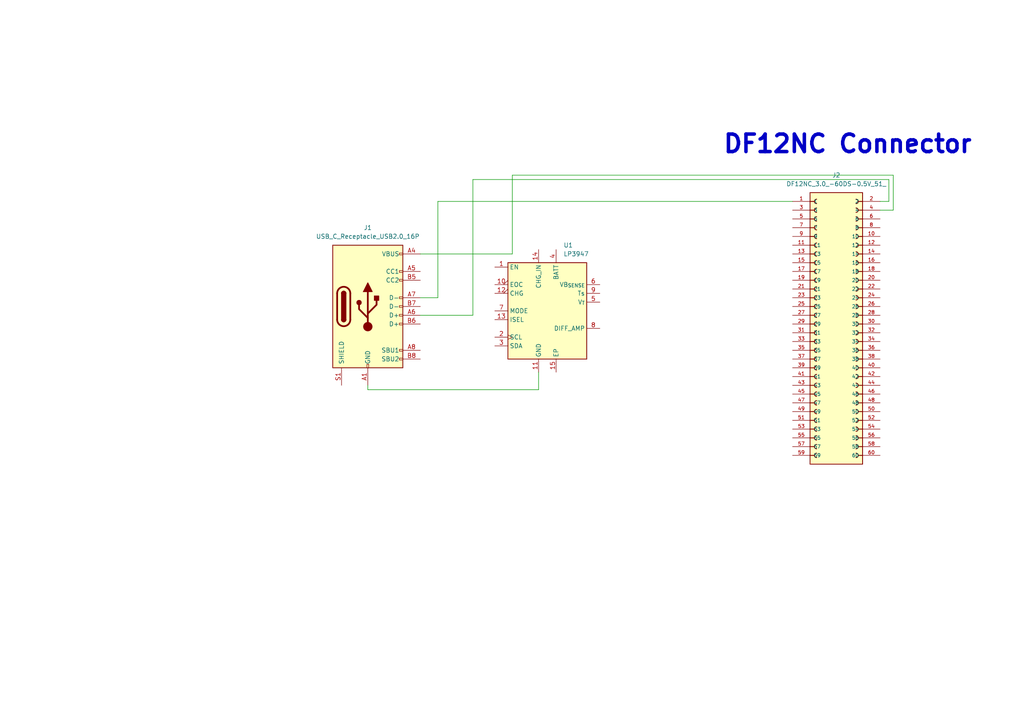
<source format=kicad_sch>
(kicad_sch (version 20250114) (generator "eeschema") (generator_version "9.0")
  (paper "A4")
  (lib_symbols
    (symbol "Battery_Management:LP3947"
      (property "Reference" "U" (at -12.7 17.78 0))
      (property "Value" "LP3947" (at -12.7 15.24 0))
      (symbol "LP3947_0_1"
        (rectangle (start -11.43 13.97) (end 11.43 -13.97) (stroke (width 0.254)) (fill (type background)))
      )
      (symbol "LP3947_1_1"
        (pin input line (at -15.24 12.7 0) (length 3.81) (name "EN") (number "1"))
        (pin open_collector output_low (at -15.24 7.62 0) (length 3.81) (name "EOC") (number "10"))
        (pin open_collector output_low (at -15.24 5.08 0) (length 3.81) (name "CHG") (number "12"))
        (pin input line (at -15.24 0 0) (length 3.81) (name "MODE") (number "7"))
        (pin input line (at -15.24 -2.54 0) (length 3.81) (name "ISEL") (number "13"))
        (pin input clock (at -15.24 -7.62 0) (length 3.81) (name "SCL") (number "2"))
        (pin bidirectional line (at -15.24 -10.16 0) (length 3.81) (name "SDA") (number "3"))
        (pin power_in line (at -2.54 17.78 270) (length 3.81) (name "CHG_IN") (number "14"))
        (pin power_in line (at -2.54 -17.78 90) (length 3.81) (name "GND") (number "11"))
        (pin power_out line (at 2.54 17.78 270) (length 3.81) (name "BATT") (number "4"))
        (pin power_in line (at 2.54 -17.78 90) (length 3.81) (name "EP") (number "15"))
        (pin input line (at 15.24 7.62 180) (length 3.81) (name "VB_{SENSE}") (number "6"))
        (pin input line (at 15.24 5.08 180) (length 3.81) (name "Ts") (number "9"))
        (pin power_out line (at 15.24 2.54 180) (length 3.81) (name "V_{T}") (number "5"))
        (pin output line (at 15.24 -5.08 180) (length 3.81) (name "DIFF_AMP") (number "8"))
      )
    )
    (symbol "Connector:USB_C_Receptacle_USB2.0_16P" (pin_names (offset 1.016))
      (property "Reference" "J" (at 0 22.225 0))
      (property "Value" "USB_C_Receptacle_USB2.0_16P" (at 0 19.685 0))
      (symbol "USB_C_Receptacle_USB2.0_16P_0_0"
        (rectangle (start -0.254 -17.78) (end 0.254 -16.764))
        (rectangle (start 10.16 15.494) (end 9.144 14.986))
        (rectangle (start 10.16 10.414) (end 9.144 9.906))
        (rectangle (start 10.16 7.874) (end 9.144 7.366))
        (rectangle (start 10.16 2.794) (end 9.144 2.286))
        (rectangle (start 10.16 0.254) (end 9.144 -0.254))
        (rectangle (start 10.16 -2.286) (end 9.144 -2.794))
        (rectangle (start 10.16 -4.826) (end 9.144 -5.334))
        (rectangle (start 10.16 -12.446) (end 9.144 -12.954))
        (rectangle (start 10.16 -14.986) (end 9.144 -15.494))
      )
      (symbol "USB_C_Receptacle_USB2.0_16P_0_1"
        (rectangle (start -10.16 17.78) (end 10.16 -17.78) (stroke (width 0.254)) (fill (type background)))
        (polyline (pts (xy -8.89 -3.81) (xy -8.89 3.81)) (stroke (width 0.508)))
        (rectangle (start -7.62 -3.81) (end -6.35 3.81) (stroke (width 0.254)) (fill (type outline)))
        (arc (start -7.62 3.81) (mid -6.985 4.4423) (end -6.35 3.81) (stroke (width 0.254)))
        (arc (start -7.62 3.81) (mid -6.985 4.4423) (end -6.35 3.81) (stroke (width 0.254)) (fill (type outline)))
        (arc (start -8.89 3.81) (mid -6.985 5.7067) (end -5.08 3.81) (stroke (width 0.508)))
        (arc (start -5.08 -3.81) (mid -6.985 -5.7067) (end -8.89 -3.81) (stroke (width 0.508)))
        (arc (start -6.35 -3.81) (mid -6.985 -4.4423) (end -7.62 -3.81) (stroke (width 0.254)))
        (arc (start -6.35 -3.81) (mid -6.985 -4.4423) (end -7.62 -3.81) (stroke (width 0.254)) (fill (type outline)))
        (polyline (pts (xy -5.08 3.81) (xy -5.08 -3.81)) (stroke (width 0.508)))
        (circle (center -2.54 1.143) (radius 0.635) (stroke (width 0.254)) (fill (type outline)))
        (polyline (pts (xy -1.27 4.318) (xy 0 6.858) (xy 1.27 4.318) (xy -1.27 4.318)) (stroke (width 0.254)) (fill (type outline)))
        (polyline (pts (xy 0 -2.032) (xy 2.54 0.508) (xy 2.54 1.778)) (stroke (width 0.508)))
        (polyline (pts (xy 0 -3.302) (xy -2.54 -0.762) (xy -2.54 0.508)) (stroke (width 0.508)))
        (polyline (pts (xy 0 -5.842) (xy 0 4.318)) (stroke (width 0.508)))
        (circle (center 0 -5.842) (radius 1.27) (fill (type outline)))
        (rectangle (start 1.905 1.778) (end 3.175 3.048) (stroke (width 0.254)) (fill (type outline)))
      )
      (symbol "USB_C_Receptacle_USB2.0_16P_1_1"
        (pin passive line (at -7.62 -22.86 90) (length 5.08) (name "SHIELD") (number "S1"))
        (pin passive line (at 0 -22.86 90) (length 5.08) (name "GND") (number "A1"))
        (pin passive line (at 0 -22.86 90) (length 5.08) (hide yes) (name "GND") (number "A12"))
        (pin passive line (at 0 -22.86 90) (length 5.08) (hide yes) (name "GND") (number "B1"))
        (pin passive line (at 0 -22.86 90) (length 5.08) (hide yes) (name "GND") (number "B12"))
        (pin passive line (at 15.24 15.24 180) (length 5.08) (name "VBUS") (number "A4"))
        (pin passive line (at 15.24 15.24 180) (length 5.08) (hide yes) (name "VBUS") (number "A9"))
        (pin passive line (at 15.24 15.24 180) (length 5.08) (hide yes) (name "VBUS") (number "B4"))
        (pin passive line (at 15.24 15.24 180) (length 5.08) (hide yes) (name "VBUS") (number "B9"))
        (pin bidirectional line (at 15.24 10.16 180) (length 5.08) (name "CC1") (number "A5"))
        (pin bidirectional line (at 15.24 7.62 180) (length 5.08) (name "CC2") (number "B5"))
        (pin bidirectional line (at 15.24 2.54 180) (length 5.08) (name "D-") (number "A7"))
        (pin bidirectional line (at 15.24 0 180) (length 5.08) (name "D-") (number "B7"))
        (pin bidirectional line (at 15.24 -2.54 180) (length 5.08) (name "D+") (number "A6"))
        (pin bidirectional line (at 15.24 -5.08 180) (length 5.08) (name "D+") (number "B6"))
        (pin bidirectional line (at 15.24 -12.7 180) (length 5.08) (name "SBU1") (number "A8"))
        (pin bidirectional line (at 15.24 -15.24 180) (length 5.08) (name "SBU2") (number "B8"))
      )
    )
    (symbol "DF12NC_3.0_-60DS-0.5V_51_:DF12NC_3.0_-60DS-0.5V_51_" (pin_names (offset 1.016))
      (property "Reference" "J" (at -8.12 40.64 0))
      (property "Value" "DF12NC_3.0_-60DS-0.5V_51_" (at -7.62 -40.64 0))
      (symbol "DF12NC_3.0_-60DS-0.5V_51__0_0"
        (polyline (pts (xy -7.62 38.1) (xy -6.35 38.1)) (stroke (width 0.254)))
        (polyline (pts (xy -7.62 35.56) (xy -6.35 35.56)) (stroke (width 0.254)))
        (polyline (pts (xy -7.62 33.02) (xy -6.35 33.02)) (stroke (width 0.254)))
        (polyline (pts (xy -7.62 30.48) (xy -6.35 30.48)) (stroke (width 0.254)))
        (polyline (pts (xy -7.62 27.94) (xy -6.35 27.94)) (stroke (width 0.254)))
        (polyline (pts (xy -7.62 25.4) (xy -6.35 25.4)) (stroke (width 0.254)))
        (polyline (pts (xy -7.62 22.86) (xy -6.35 22.86)) (stroke (width 0.254)))
        (polyline (pts (xy -7.62 20.32) (xy -6.35 20.32)) (stroke (width 0.254)))
        (polyline (pts (xy -7.62 17.78) (xy -6.35 17.78)) (stroke (width 0.254)))
        (polyline (pts (xy -7.62 15.24) (xy -6.35 15.24)) (stroke (width 0.254)))
        (polyline (pts (xy -7.62 12.7) (xy -6.35 12.7)) (stroke (width 0.254)))
        (polyline (pts (xy -7.62 10.16) (xy -6.35 10.16)) (stroke (width 0.254)))
        (polyline (pts (xy -7.62 7.62) (xy -6.35 7.62)) (stroke (width 0.254)))
        (polyline (pts (xy -7.62 5.08) (xy -6.35 5.08)) (stroke (width 0.254)))
        (polyline (pts (xy -7.62 2.54) (xy -6.35 2.54)) (stroke (width 0.254)))
        (polyline (pts (xy -7.62 0) (xy -6.35 0)) (stroke (width 0.254)))
        (polyline (pts (xy -7.62 -2.54) (xy -6.35 -2.54)) (stroke (width 0.254)))
        (polyline (pts (xy -7.62 -5.08) (xy -6.35 -5.08)) (stroke (width 0.254)))
        (polyline (pts (xy -7.62 -7.62) (xy -6.35 -7.62)) (stroke (width 0.254)))
        (polyline (pts (xy -7.62 -10.16) (xy -6.35 -10.16)) (stroke (width 0.254)))
        (polyline (pts (xy -7.62 -12.7) (xy -6.35 -12.7)) (stroke (width 0.254)))
        (polyline (pts (xy -7.62 -15.24) (xy -6.35 -15.24)) (stroke (width 0.254)))
        (polyline (pts (xy -7.62 -17.78) (xy -6.35 -17.78)) (stroke (width 0.254)))
        (polyline (pts (xy -7.62 -20.32) (xy -6.35 -20.32)) (stroke (width 0.254)))
        (polyline (pts (xy -7.62 -22.86) (xy -6.35 -22.86)) (stroke (width 0.254)))
        (polyline (pts (xy -7.62 -25.4) (xy -6.35 -25.4)) (stroke (width 0.254)))
        (polyline (pts (xy -7.62 -27.94) (xy -6.35 -27.94)) (stroke (width 0.254)))
        (polyline (pts (xy -7.62 -30.48) (xy -6.35 -30.48)) (stroke (width 0.254)))
        (polyline (pts (xy -7.62 -33.02) (xy -6.35 -33.02)) (stroke (width 0.254)))
        (polyline (pts (xy -7.62 -35.56) (xy -6.35 -35.56)) (stroke (width 0.254)))
        (rectangle (start -7.62 -38.1) (end 7.62 40.64) (stroke (width 0.254)) (fill (type background)))
        (arc (start -5.715 37.465) (mid -6.3472 38.1) (end -5.715 38.735) (stroke (width 0.254)))
        (arc (start -5.715 34.925) (mid -6.3472 35.56) (end -5.715 36.195) (stroke (width 0.254)))
        (arc (start -5.715 32.385) (mid -6.3472 33.02) (end -5.715 33.655) (stroke (width 0.254)))
        (arc (start -5.715 29.845) (mid -6.3472 30.48) (end -5.715 31.115) (stroke (width 0.254)))
        (arc (start -5.715 27.305) (mid -6.3472 27.94) (end -5.715 28.575) (stroke (width 0.254)))
        (arc (start -5.715 24.765) (mid -6.3472 25.4) (end -5.715 26.035) (stroke (width 0.254)))
        (arc (start -5.715 22.225) (mid -6.3472 22.86) (end -5.715 23.495) (stroke (width 0.254)))
        (arc (start -5.715 19.685) (mid -6.3472 20.32) (end -5.715 20.955) (stroke (width 0.254)))
        (arc (start -5.715 17.145) (mid -6.3472 17.78) (end -5.715 18.415) (stroke (width 0.254)))
        (arc (start -5.715 14.605) (mid -6.3472 15.24) (end -5.715 15.875) (stroke (width 0.254)))
        (arc (start -5.715 12.065) (mid -6.3472 12.7) (end -5.715 13.335) (stroke (width 0.254)))
        (arc (start -5.715 9.525) (mid -6.3472 10.16) (end -5.715 10.795) (stroke (width 0.254)))
        (arc (start -5.715 6.985) (mid -6.3472 7.62) (end -5.715 8.255) (stroke (width 0.254)))
        (arc (start -5.715 4.445) (mid -6.3472 5.08) (end -5.715 5.715) (stroke (width 0.254)))
        (arc (start -5.715 1.905) (mid -6.3472 2.54) (end -5.715 3.175) (stroke (width 0.254)))
        (arc (start -5.715 -0.635) (mid -6.3472 0) (end -5.715 0.635) (stroke (width 0.254)))
        (arc (start -5.715 -3.175) (mid -6.3472 -2.54) (end -5.715 -1.905) (stroke (width 0.254)))
        (arc (start -5.715 -5.715) (mid -6.3472 -5.08) (end -5.715 -4.445) (stroke (width 0.254)))
        (arc (start -5.715 -8.255) (mid -6.3472 -7.62) (end -5.715 -6.985) (stroke (width 0.254)))
        (arc (start -5.715 -10.795) (mid -6.3472 -10.16) (end -5.715 -9.525) (stroke (width 0.254)))
        (arc (start -5.715 -13.335) (mid -6.3472 -12.7) (end -5.715 -12.065) (stroke (width 0.254)))
        (arc (start -5.715 -15.875) (mid -6.3472 -15.24) (end -5.715 -14.605) (stroke (width 0.254)))
        (arc (start -5.715 -18.415) (mid -6.3472 -17.78) (end -5.715 -17.145) (stroke (width 0.254)))
        (arc (start -5.715 -20.955) (mid -6.3472 -20.32) (end -5.715 -19.685) (stroke (width 0.254)))
        (arc (start -5.715 -23.495) (mid -6.3472 -22.86) (end -5.715 -22.225) (stroke (width 0.254)))
        (arc (start -5.715 -26.035) (mid -6.3472 -25.4) (end -5.715 -24.765) (stroke (width 0.254)))
        (arc (start -5.715 -28.575) (mid -6.3472 -27.94) (end -5.715 -27.305) (stroke (width 0.254)))
        (arc (start -5.715 -31.115) (mid -6.3472 -30.48) (end -5.715 -29.845) (stroke (width 0.254)))
        (arc (start -5.715 -33.655) (mid -6.3472 -33.02) (end -5.715 -32.385) (stroke (width 0.254)))
        (arc (start -5.715 -36.195) (mid -6.3472 -35.56) (end -5.715 -34.925) (stroke (width 0.254)))
        (arc (start 5.715 38.735) (mid 6.3472 38.1) (end 5.715 37.465) (stroke (width 0.254)))
        (arc (start 5.715 36.195) (mid 6.3472 35.56) (end 5.715 34.925) (stroke (width 0.254)))
        (arc (start 5.715 33.655) (mid 6.3472 33.02) (end 5.715 32.385) (stroke (width 0.254)))
        (arc (start 5.715 31.115) (mid 6.3472 30.48) (end 5.715 29.845) (stroke (width 0.254)))
        (arc (start 5.715 28.575) (mid 6.3472 27.94) (end 5.715 27.305) (stroke (width 0.254)))
        (arc (start 5.715 26.035) (mid 6.3472 25.4) (end 5.715 24.765) (stroke (width 0.254)))
        (arc (start 5.715 23.495) (mid 6.3472 22.86) (end 5.715 22.225) (stroke (width 0.254)))
        (arc (start 5.715 20.955) (mid 6.3472 20.32) (end 5.715 19.685) (stroke (width 0.254)))
        (arc (start 5.715 18.415) (mid 6.3472 17.78) (end 5.715 17.145) (stroke (width 0.254)))
        (arc (start 5.715 15.875) (mid 6.3472 15.24) (end 5.715 14.605) (stroke (width 0.254)))
        (arc (start 5.715 13.335) (mid 6.3472 12.7) (end 5.715 12.065) (stroke (width 0.254)))
        (arc (start 5.715 10.795) (mid 6.3472 10.16) (end 5.715 9.525) (stroke (width 0.254)))
        (arc (start 5.715 8.255) (mid 6.3472 7.62) (end 5.715 6.985) (stroke (width 0.254)))
        (arc (start 5.715 5.715) (mid 6.3472 5.08) (end 5.715 4.445) (stroke (width 0.254)))
        (arc (start 5.715 3.175) (mid 6.3472 2.54) (end 5.715 1.905) (stroke (width 0.254)))
        (arc (start 5.715 0.635) (mid 6.3472 0) (end 5.715 -0.635) (stroke (width 0.254)))
        (arc (start 5.715 -1.905) (mid 6.3472 -2.54) (end 5.715 -3.175) (stroke (width 0.254)))
        (arc (start 5.715 -4.445) (mid 6.3472 -5.08) (end 5.715 -5.715) (stroke (width 0.254)))
        (arc (start 5.715 -6.985) (mid 6.3472 -7.62) (end 5.715 -8.255) (stroke (width 0.254)))
        (arc (start 5.715 -9.525) (mid 6.3472 -10.16) (end 5.715 -10.795) (stroke (width 0.254)))
        (arc (start 5.715 -12.065) (mid 6.3472 -12.7) (end 5.715 -13.335) (stroke (width 0.254)))
        (arc (start 5.715 -14.605) (mid 6.3472 -15.24) (end 5.715 -15.875) (stroke (width 0.254)))
        (arc (start 5.715 -17.145) (mid 6.3472 -17.78) (end 5.715 -18.415) (stroke (width 0.254)))
        (arc (start 5.715 -19.685) (mid 6.3472 -20.32) (end 5.715 -20.955) (stroke (width 0.254)))
        (arc (start 5.715 -22.225) (mid 6.3472 -22.86) (end 5.715 -23.495) (stroke (width 0.254)))
        (arc (start 5.715 -24.765) (mid 6.3472 -25.4) (end 5.715 -26.035) (stroke (width 0.254)))
        (arc (start 5.715 -27.305) (mid 6.3472 -27.94) (end 5.715 -28.575) (stroke (width 0.254)))
        (arc (start 5.715 -29.845) (mid 6.3472 -30.48) (end 5.715 -31.115) (stroke (width 0.254)))
        (arc (start 5.715 -32.385) (mid 6.3472 -33.02) (end 5.715 -33.655) (stroke (width 0.254)))
        (arc (start 5.715 -34.925) (mid 6.3472 -35.56) (end 5.715 -36.195) (stroke (width 0.254)))
        (polyline (pts (xy 7.62 38.1) (xy 6.35 38.1)) (stroke (width 0.254)))
        (polyline (pts (xy 7.62 35.56) (xy 6.35 35.56)) (stroke (width 0.254)))
        (polyline (pts (xy 7.62 33.02) (xy 6.35 33.02)) (stroke (width 0.254)))
        (polyline (pts (xy 7.62 30.48) (xy 6.35 30.48)) (stroke (width 0.254)))
        (polyline (pts (xy 7.62 27.94) (xy 6.35 27.94)) (stroke (width 0.254)))
        (polyline (pts (xy 7.62 25.4) (xy 6.35 25.4)) (stroke (width 0.254)))
        (polyline (pts (xy 7.62 22.86) (xy 6.35 22.86)) (stroke (width 0.254)))
        (polyline (pts (xy 7.62 20.32) (xy 6.35 20.32)) (stroke (width 0.254)))
        (polyline (pts (xy 7.62 17.78) (xy 6.35 17.78)) (stroke (width 0.254)))
        (polyline (pts (xy 7.62 15.24) (xy 6.35 15.24)) (stroke (width 0.254)))
        (polyline (pts (xy 7.62 12.7) (xy 6.35 12.7)) (stroke (width 0.254)))
        (polyline (pts (xy 7.62 10.16) (xy 6.35 10.16)) (stroke (width 0.254)))
        (polyline (pts (xy 7.62 7.62) (xy 6.35 7.62)) (stroke (width 0.254)))
        (polyline (pts (xy 7.62 5.08) (xy 6.35 5.08)) (stroke (width 0.254)))
        (polyline (pts (xy 7.62 2.54) (xy 6.35 2.54)) (stroke (width 0.254)))
        (polyline (pts (xy 7.62 0) (xy 6.35 0)) (stroke (width 0.254)))
        (polyline (pts (xy 7.62 -2.54) (xy 6.35 -2.54)) (stroke (width 0.254)))
        (polyline (pts (xy 7.62 -5.08) (xy 6.35 -5.08)) (stroke (width 0.254)))
        (polyline (pts (xy 7.62 -7.62) (xy 6.35 -7.62)) (stroke (width 0.254)))
        (polyline (pts (xy 7.62 -10.16) (xy 6.35 -10.16)) (stroke (width 0.254)))
        (polyline (pts (xy 7.62 -12.7) (xy 6.35 -12.7)) (stroke (width 0.254)))
        (polyline (pts (xy 7.62 -15.24) (xy 6.35 -15.24)) (stroke (width 0.254)))
        (polyline (pts (xy 7.62 -17.78) (xy 6.35 -17.78)) (stroke (width 0.254)))
        (polyline (pts (xy 7.62 -20.32) (xy 6.35 -20.32)) (stroke (width 0.254)))
        (polyline (pts (xy 7.62 -22.86) (xy 6.35 -22.86)) (stroke (width 0.254)))
        (polyline (pts (xy 7.62 -25.4) (xy 6.35 -25.4)) (stroke (width 0.254)))
        (polyline (pts (xy 7.62 -27.94) (xy 6.35 -27.94)) (stroke (width 0.254)))
        (polyline (pts (xy 7.62 -30.48) (xy 6.35 -30.48)) (stroke (width 0.254)))
        (polyline (pts (xy 7.62 -33.02) (xy 6.35 -33.02)) (stroke (width 0.254)))
        (polyline (pts (xy 7.62 -35.56) (xy 6.35 -35.56)) (stroke (width 0.254)))
        (pin passive line (at -12.7 38.1 0) (length 5.08) (name "1") (number "1"))
        (pin passive line (at -12.7 35.56 0) (length 5.08) (name "3") (number "3"))
        (pin passive line (at -12.7 33.02 0) (length 5.08) (name "5") (number "5"))
        (pin passive line (at -12.7 30.48 0) (length 5.08) (name "7") (number "7"))
        (pin passive line (at -12.7 27.94 0) (length 5.08) (name "9") (number "9"))
        (pin passive line (at -12.7 25.4 0) (length 5.08) (name "11") (number "11"))
        (pin passive line (at -12.7 22.86 0) (length 5.08) (name "13") (number "13"))
        (pin passive line (at -12.7 20.32 0) (length 5.08) (name "15") (number "15"))
        (pin passive line (at -12.7 17.78 0) (length 5.08) (name "17") (number "17"))
        (pin passive line (at -12.7 15.24 0) (length 5.08) (name "19") (number "19"))
        (pin passive line (at -12.7 12.7 0) (length 5.08) (name "21") (number "21"))
        (pin passive line (at -12.7 10.16 0) (length 5.08) (name "23") (number "23"))
        (pin passive line (at -12.7 7.62 0) (length 5.08) (name "25") (number "25"))
        (pin passive line (at -12.7 5.08 0) (length 5.08) (name "27") (number "27"))
        (pin passive line (at -12.7 2.54 0) (length 5.08) (name "29") (number "29"))
        (pin passive line (at -12.7 0 0) (length 5.08) (name "31") (number "31"))
        (pin passive line (at -12.7 -2.54 0) (length 5.08) (name "33") (number "33"))
        (pin passive line (at -12.7 -5.08 0) (length 5.08) (name "35") (number "35"))
        (pin passive line (at -12.7 -7.62 0) (length 5.08) (name "37") (number "37"))
        (pin passive line (at -12.7 -10.16 0) (length 5.08) (name "39") (number "39"))
        (pin passive line (at -12.7 -12.7 0) (length 5.08) (name "41") (number "41"))
        (pin passive line (at -12.7 -15.24 0) (length 5.08) (name "43") (number "43"))
        (pin passive line (at -12.7 -17.78 0) (length 5.08) (name "45") (number "45"))
        (pin passive line (at -12.7 -20.32 0) (length 5.08) (name "47") (number "47"))
        (pin passive line (at -12.7 -22.86 0) (length 5.08) (name "49") (number "49"))
        (pin passive line (at -12.7 -25.4 0) (length 5.08) (name "51") (number "51"))
        (pin passive line (at -12.7 -27.94 0) (length 5.08) (name "53") (number "53"))
        (pin passive line (at -12.7 -30.48 0) (length 5.08) (name "55") (number "55"))
        (pin passive line (at -12.7 -33.02 0) (length 5.08) (name "57") (number "57"))
        (pin passive line (at -12.7 -35.56 0) (length 5.08) (name "59") (number "59"))
        (pin passive line (at 12.7 38.1 180) (length 5.08) (name "2") (number "2"))
        (pin passive line (at 12.7 35.56 180) (length 5.08) (name "4") (number "4"))
        (pin passive line (at 12.7 33.02 180) (length 5.08) (name "6") (number "6"))
        (pin passive line (at 12.7 30.48 180) (length 5.08) (name "8") (number "8"))
        (pin passive line (at 12.7 27.94 180) (length 5.08) (name "10") (number "10"))
        (pin passive line (at 12.7 25.4 180) (length 5.08) (name "12") (number "12"))
        (pin passive line (at 12.7 22.86 180) (length 5.08) (name "14") (number "14"))
        (pin passive line (at 12.7 20.32 180) (length 5.08) (name "16") (number "16"))
        (pin passive line (at 12.7 17.78 180) (length 5.08) (name "18") (number "18"))
        (pin passive line (at 12.7 15.24 180) (length 5.08) (name "20") (number "20"))
        (pin passive line (at 12.7 12.7 180) (length 5.08) (name "22") (number "22"))
        (pin passive line (at 12.7 10.16 180) (length 5.08) (name "24") (number "24"))
        (pin passive line (at 12.7 7.62 180) (length 5.08) (name "26") (number "26"))
        (pin passive line (at 12.7 5.08 180) (length 5.08) (name "28") (number "28"))
        (pin passive line (at 12.7 2.54 180) (length 5.08) (name "30") (number "30"))
        (pin passive line (at 12.7 0 180) (length 5.08) (name "32") (number "32"))
        (pin passive line (at 12.7 -2.54 180) (length 5.08) (name "34") (number "34"))
        (pin passive line (at 12.7 -5.08 180) (length 5.08) (name "36") (number "36"))
        (pin passive line (at 12.7 -7.62 180) (length 5.08) (name "38") (number "38"))
        (pin passive line (at 12.7 -10.16 180) (length 5.08) (name "40") (number "40"))
        (pin passive line (at 12.7 -12.7 180) (length 5.08) (name "42") (number "42"))
        (pin passive line (at 12.7 -15.24 180) (length 5.08) (name "44") (number "44"))
        (pin passive line (at 12.7 -17.78 180) (length 5.08) (name "46") (number "46"))
        (pin passive line (at 12.7 -20.32 180) (length 5.08) (name "48") (number "48"))
        (pin passive line (at 12.7 -22.86 180) (length 5.08) (name "50") (number "50"))
        (pin passive line (at 12.7 -25.4 180) (length 5.08) (name "52") (number "52"))
        (pin passive line (at 12.7 -27.94 180) (length 5.08) (name "54") (number "54"))
        (pin passive line (at 12.7 -30.48 180) (length 5.08) (name "56") (number "56"))
        (pin passive line (at 12.7 -33.02 180) (length 5.08) (name "58") (number "58"))
        (pin passive line (at 12.7 -35.56 180) (length 5.08) (name "60") (number "60"))
      )
    )
  )
  (text "DF12NC Connector" (at 245.872 41.91 0) (effects (font (size 5.08 5.08) (thickness 1.016) (bold yes))))
  (wire (pts (xy 121.92 73.66) (xy 148.59 73.66)))
  (wire (pts (xy 229.87 58.42) (xy 127 58.42)))
  (wire (pts (xy 257.81 58.42) (xy 255.27 58.42)))
  (wire (pts (xy 259.08 60.96) (xy 255.27 60.96)))
  (wire (pts (xy 148.59 50.8) (xy 259.08 50.8)))
  (wire (pts (xy 259.08 50.8) (xy 259.08 60.96)))
  (wire (pts (xy 137.16 91.44) (xy 137.16 52.07)))
  (wire (pts (xy 121.92 91.44) (xy 137.16 91.44)))
  (wire (pts (xy 106.68 113.03) (xy 106.68 111.76)))
  (wire (pts (xy 137.16 52.07) (xy 257.81 52.07)))
  (wire (pts (xy 148.59 73.66) (xy 148.59 50.8)))
  (wire (pts (xy 257.81 52.07) (xy 257.81 58.42)))
  (wire (pts (xy 127 86.36) (xy 121.92 86.36)))
  (wire (pts (xy 156.21 113.03) (xy 156.21 107.95)))
  (wire (pts (xy 127 58.42) (xy 127 86.36)))
  (wire (pts (xy 106.68 113.03) (xy 156.21 113.03)))
  (symbol (lib_id "Battery_Management:LP3947") (at 158.75 90.17 0) (unit 1)
    (property "Reference" "U1" (at 163.4333 71.12 0) (effects (justify left)))
    (property "Value" "LP3947" (at 163.4333 73.66 0) (effects (justify left)))
    (property "Footprint" "Package_SON:WSON-14-1EP_4.0x4.0mm_P0.5mm_EP2.6x2.6mm" (effects (hide yes)))
    (property "Datasheet" "http://www.ti.com/lit/ds/symlink/lp3947.pdf" (effects (hide yes)))
    (property "Description" "Single Cell Li-Ion LDO Battery Charger IC, Up to 1A, Support USB charging scheme" (effects (hide yes)))
  )
  (symbol (lib_id "DF12NC_3.0_-60DS-0.5V_51_:DF12NC_3.0_-60DS-0.5V_51_") (at 242.57 96.52 0) (unit 1)
    (property "Reference" "J2" (at 242.57 50.8 0))
    (property "Value" "DF12NC_3.0_-60DS-0.5V_51_" (at 242.57 53.34 0))
    (property "Footprint" "DF12NC_3.0_-60DS-0.5V_51_:HRS_DF12NC_3.0_-60DS-0.5V_51_" (effects (hide yes)))
    (property "MF" "Hirose" (effects (hide yes)))
    (property "Description_1" "60 Position Connector Receptacle, Center Strip Contacts Surface Mount Gold" (effects (hide yes)))
    (property "Package" "None" (effects (hide yes)))
    (property "Price" "None" (effects (hide yes)))
    (property "Check_prices" "https://www.snapeda.com/parts/DF12NC(3.0)-60DS-0.5V(51)/Hirose/view-part/?ref=eda" (effects (hide yes)))
    (property "SnapEDA_Link" "https://www.snapeda.com/parts/DF12NC(3.0)-60DS-0.5V(51)/Hirose/view-part/?ref=snap" (effects (hide yes)))
    (property "MP" "DF12NC(3.0)-60DS-0.5V(51)" (effects (hide yes)))
    (property "Availability" "In Stock" (effects (hide yes)))
    (property "MANUFACTURER" "HRS" (effects (hide yes)))
  )
  (symbol (lib_id "Connector:USB_C_Receptacle_USB2.0_16P") (at 106.68 88.9 0) (unit 1)
    (property "Reference" "J1" (at 106.68 66.04 0))
    (property "Value" "USB_C_Receptacle_USB2.0_16P" (at 106.68 68.58 0))
    (property "Datasheet" "https://www.usb.org/sites/default/files/documents/usb_type-c.zip" (effects (hide yes)))
    (property "Description" "USB 2.0-only 16P Type-C Receptacle connector" (effects (hide yes)))
  )
)
</source>
